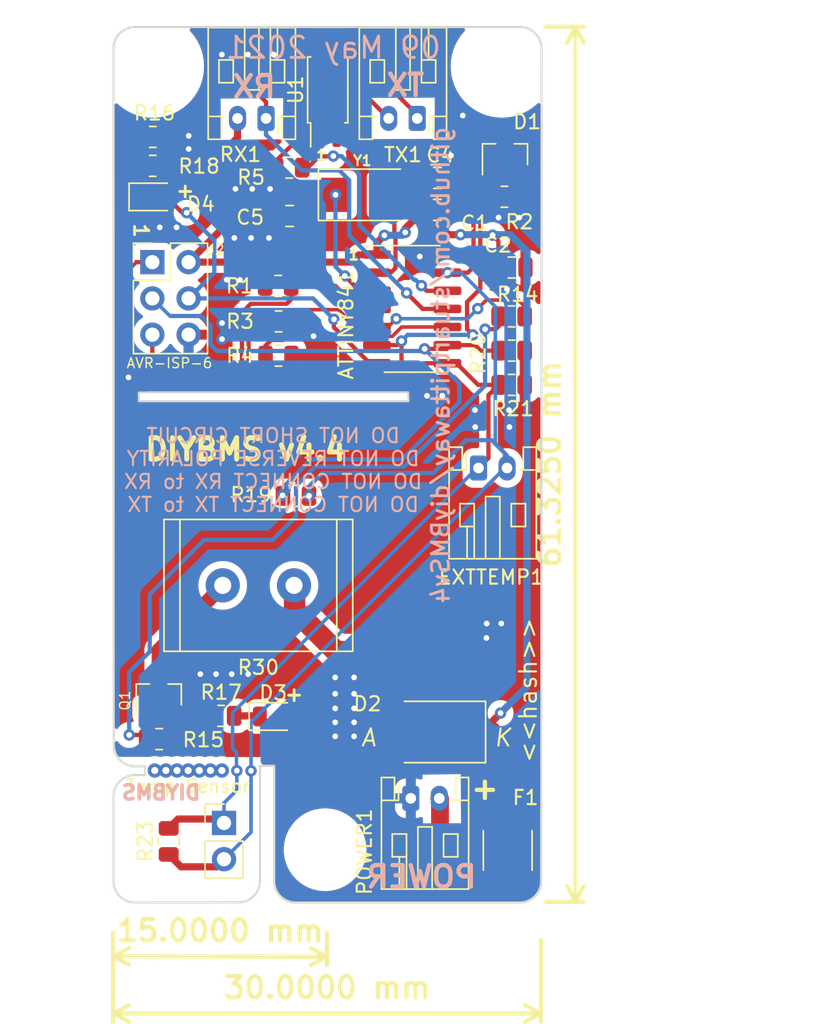
<source format=kicad_pcb>
(kicad_pcb (version 20221018) (generator pcbnew)
  (layers (0 "F.Cu" signal) (31 "B.Cu" signal) (34 "B.Paste" user) (35 "F.Paste" user) (36 "B.SilkS" user "B.Silkscreen") (37 "F.SilkS" user "F.Silkscreen") (38 "B.Mask" user) (39 "F.Mask" user) (44 "Edge.Cuts" user))
  (net 0 "")
  (net 1 "GND")
  (net 2 "VCC")
  (net 3 "RXD0")
  (net 4 "ENABLE")
  (net 5 "Net-(R5-Pad1)")
  (net 6 "TXD0")
  (net 7 "Net-(ATTINY841-PA3)")
  (net 8 "Net-(ATTINY841-PA6)")
  (net 9 "DUMP_LOAD_ENABLE")
  (net 10 "Net-(ATTINY841-~{RESET}{slash}PB3)")
  (net 11 "Net-(ATTINY841-XTAL2{slash}PB1)")
  (net 12 "Net-(ATTINY841-XTAL1{slash}PB0)")
  (net 13 "Net-(D3-K)")
  (net 14 "Net-(D4-K)")
  (net 15 "Net-(POWER1-Pin_2)")
  (net 16 "Net-(Q1-G)")
  (net 17 "Net-(Q1-D)")
  (net 18 "Net-(TX1-Pin_2)")
  (net 19 "VREF")
  (net 20 "SCK")
  (net 21 "MISO")
  (net 22 "Net-(TX1-Pin_1)")
  (footprint "Package_SO:SOP-4_4.4x2.6mm_P1.27mm" (layer "F.Cu") (at 116.9426 52.3876 90)
    (fp_text reference "U1")
    (fp_text value "EL3H7(B)(TA)-G")
  )
  (footprint "Connector_JST:JST_PH_S2B-PH-K_1x02_P2.00mm_Horizontal" (layer "F.Cu") (at 112.6176 54.3876 180)
    (fp_text reference "RX1")
    (fp_text value "RX Connector")
  )
  (footprint "Mounting_Holes:MountingHole_3.2mm_M3" (layer "F.Cu") (at 104.6676 50.7376)
    (fp_text reference "REF**" hide)
    (fp_text value "MountingHole_3.2mm_M3" hide)
  )
  (footprint "Mounting_Holes:MountingHole_3.2mm_M3" (layer "F.Cu") (at 129.1676 50.7376)
    (fp_text reference "REF**" hide)
    (fp_text value "MountingHole_3.2mm_M3" hide)
  )
  (footprint "Resistor_SMD:R_0805_2012Metric" (layer "F.Cu") (at 104.6676 55.6876 180)
    (fp_text reference "R16")
    (fp_text value "2.2KOHMS")
  )
  (footprint "Resistor_SMD:R_0805_2012Metric" (layer "F.Cu") (at 114.7176 80.8376 180)
    (fp_text reference "R19")
    (fp_text value "CMFB103F3950FANT")
  )
  (footprint "Connector_JST:JST_PH_S2B-PH-K_1x02_P2.00mm_Horizontal" (layer "F.Cu") (at 127.5176 78.8876)
    (fp_text reference "EXTTEMP1")
    (fp_text value "Ext Temp Sensor")
  )
  (footprint "Connector_JST:JST_PH_S2B-PH-K_1x02_P2.00mm_Horizontal" (layer "F.Cu") (at 123.2176 54.3876 180)
    (fp_text reference "TX1")
    (fp_text value "TX Connector")
  )
  (footprint "TO_SOT_Packages_SMD:SOT-23" (layer "F.Cu") (at 105.0926 94.7876 90)
    (fp_text reference "Q1")
    (fp_text value "AO3400A")
  )
  (footprint "LED_SMD:LED_0805_2012Metric" (layer "F.Cu") (at 104.6926 59.8876)
    (fp_text reference "D4")
    (fp_text value "Blue")
  )
  (footprint "LED_SMD:LED_0805_2012Metric" (layer "F.Cu") (at 113.1176 96.3026)
    (fp_text reference "D3")
    (fp_text value "Red")
  )
  (footprint "Package_SO:SOIC-14_3.9x8.7mm_P1.27mm" (layer "F.Cu") (at 122.8676 67.7376)
    (fp_text reference "ATTINY841")
    (fp_text value "ATtiny841-SSU")
  )
  (footprint "Resistor_SMD:R_0805_2012Metric" (layer "F.Cu") (at 129.8426 73.0626)
    (fp_text reference "R21")
    (fp_text value "10KOHMS")
  )
  (footprint "Resistor_SMD:R_0805_2012Metric" (layer "F.Cu") (at 109.4676 96.2576)
    (fp_text reference "R17")
    (fp_text value "2.2KOHMS")
  )
  (footprint "Resistor_SMD:R_0805_2012Metric" (layer "F.Cu") (at 104.6676 57.7126 180)
    (fp_text reference "R18")
    (fp_text value "2.2KOHMS")
  )
  (footprint "Resistor_SMD:R_0805_2012Metric" (layer "F.Cu") (at 114.2426 57.8376)
    (fp_text reference "R5")
    (fp_text value "220 OHMS")
  )
  (footprint "Resistor_SMD:R_0805_2012Metric" (layer "F.Cu") (at 129.8426 70.6626)
    (fp_text reference "R20")
    (fp_text value "10KOHMS")
  )
  (footprint "Package_TO_SOT_SMD:SOT-23" (layer "F.Cu") (at 129.3776 56.9276 90)
    (fp_text reference "D1")
    (fp_text value "AZ432ANTR-E1")
  )
  (footprint "Capacitor_SMD:C_0805_2012Metric" (layer "F.Cu") (at 124.6426 58.5626)
    (fp_text reference "C4")
    (fp_text value "22pF")
  )
  (footprint "Capacitor_SMD:C_0805_2012Metric" (layer "F.Cu") (at 114.2626 61.2276 180)
    (fp_text reference "C5")
    (fp_text value "22pF")
  )
  (footprint "Capacitor_SMD:C_0805_2012Metric" (layer "F.Cu") (at 124.6276 60.7976)
    (fp_text reference "C1")
    (fp_text value "100nF")
  )
  (footprint "Resistor_SMD:R_0805_2012Metric" (layer "F.Cu") (at 129.8426 68.2626)
    (fp_text reference "R14")
    (fp_text value "510OHMS")
  )
  (footprint "Resistor_SMD:R_0805_2012Metric" (layer "F.Cu") (at 113.4926 71.0126)
    (fp_text reference "R4")
    (fp_text value "2.7K")
  )
  (footprint "Resistor_SMD:R_0805_2012Metric" (layer "F.Cu") (at 129.3376 59.8776)
    (fp_text reference "R2")
    (fp_text value "1KOHMS")
  )
  (footprint "Resistor_SMD:R_0805_2012Metric" (layer "F.Cu") (at 113.4926 68.6126)
    (fp_text reference "R3")
    (fp_text value "6.8K")
  )
  (footprint "Resistor_SMD:R_0805_2012Metric" (layer "F.Cu") (at 113.4676 66.1276)
    (fp_text reference "R1")
    (fp_text value "10KOHMS")
  )
  (footprint "Fuse:Fuse_1812_4532Metric" (layer "F.Cu") (at 129.5676 105.6876 -90)
    (fp_text reference "F1")
    (fp_text value "mSMD150")
  )
  (footprint "Resistor_SMD:R_0805_2012Metric" (layer "F.Cu") (at 105.1176 97.8876)
    (fp_text reference "R15")
    (fp_text value "10KOHMS")
  )
  (footprint "Capacitor_SMD:C_0805_2012Metric" (layer "F.Cu") (at 129.8626 64.8376)
    (fp_text reference "C2")
    (fp_text value "1uF")
  )
  (footprint "Resistor_SMD:R_0805_2012Metric" (layer "F.Cu") (at 105.7876 105.0576 90)
    (fp_text reference "R23")
    (fp_text value "CMFB103F3950FANT")
  )
  (footprint "Diode_SMD:D_SMB" (layer "F.Cu") (at 124.4676 97.3876 180)
    (fp_text reference "D2")
    (fp_text value "SMBJ5.0A")
  )
  (footprint "Connector_PinHeader_2.54mm:PinHeader_1x02_P2.54mm_Vertical" (layer "F.Cu") (at 109.6676 103.7626)
    (fp_text reference "REMOTE1" hide)
    (fp_text value "Ext Temp Sensor")
  )
  (footprint "Connector_JST:JST_PH_S2B-PH-K_1x02_P2.00mm_Horizontal" (layer "F.Cu") (at 122.7676 102.0376)
    (fp_text reference "POWER1")
    (fp_text value "Battery")
  )
  (footprint "Mounting_Holes:MountingHole_3.2mm_M3" (layer "F.Cu") (at 116.7576 105.6376)
    (fp_text reference "REF**" hide)
    (fp_text value "MountingHole_3.2mm_M3" hide)
  )
  (footprint "Pin_Headers:Pin_Header_Straight_2x03_Pitch2.54mm" (layer "F.Cu") (at 104.6426 64.4626)
    (fp_text reference "J2")
    (fp_text value "AVR-ISP-6")
  )
  (footprint "Crystals:Crystal_SMD_5032-2pin_5.0x3.2mm" (layer "F.Cu") (at 119.3376 59.7426)
    (fp_text reference "Y1")
    (fp_text value "8MHZ Ceramic Resonator")
  )
  (footprint "Resistor_THT:R_Radial_Power_L13.0mm_W9.0mm_P5.00mm" (layer "F.Cu") (at 114.5776 87.1126 180)
    (fp_text reference "R30")
    (fp_text value "3.3OHM 3/4W")
  )
  (gr_line (start 103.4176 47.9876) (end 130.4426 47.9876) (stroke (width 0.15)) (layer "Edge.Cuts"))
  (gr_line (start 131.9426 49.4876) (end 131.9176 107.8376) (stroke (width 0.15)) (layer "Edge.Cuts"))
  (gr_line (start 130.4176 109.3376) (end 114.6926 109.3376) (stroke (width 0.15)) (layer "Edge.Cuts"))
  (gr_arc (start 101.9176 49.4876) (mid 102.35694 48.42694) (end 103.4176 47.9876) (stroke (width 0.15)) (layer "Edge.Cuts"))
  (gr_arc (start 103.4176 109.3376) (mid 102.35694 108.89826) (end 101.9176 107.8376) (stroke (width 0.15)) (layer "Edge.Cuts"))
  (gr_arc (start 131.9176 107.8376) (mid 131.47826 108.89826) (end 130.4176 109.3376) (stroke (width 0.15)) (layer "Edge.Cuts"))
  (gr_line (start 116.7976 74.1976) (end 103.6976 74.1976) (stroke (width 0.1)) (layer "Edge.Cuts"))
  (gr_line (start 122.5976 74.1976) (end 116.7976 74.1976) (stroke (width 0.1)) (layer "Edge.Cuts"))
  (gr_line (start 122.5776 73.5976) (end 122.5976 74.1976) (stroke (width 0.1)) (layer "Edge.Cuts"))
  (gr_line (start 101.9376 98.2976) (end 101.9176 49.4876) (stroke (width 0.15)) (layer "Edge.Cuts"))
  (gr_line (start 112.1876 99.7576) (end 113.1926 99.7576) (stroke (width 0.15)) (layer "Edge.Cuts"))
  (gr_line (start 112.1876 107.8276) (end 112.1876 99.7576) (stroke (width 0.15)) (layer "Edge.Cuts"))
  (gr_arc (start 114.6926 109.3376) (mid 113.63194 108.89826) (end 113.1926 107.8376) (stroke (width 0.15)) (layer "Edge.Cuts"))
  (gr_arc (start 112.1876 107.8276) (mid 111.74826 108.88826) (end 110.6876 109.3276) (stroke (width 0.15)) (layer "Edge.Cuts"))
  (gr_line (start 110.6876 109.3276) (end 103.4176 109.3376) (stroke (width 0.15)) (layer "Edge.Cuts"))
  (gr_arc (start 101.9176 101.9076) (mid 102.35694 100.84694) (end 103.4176 100.4076) (stroke (width 0.15)) (layer "Edge.Cuts"))
  (gr_arc (start 103.4376 99.7976) (mid 102.37694 99.35826) (end 101.9376 98.2976) (stroke (width 0.15)) (layer "Edge.Cuts"))
  (gr_line (start 101.9176 107.8376) (end 101.9176 101.9076) (stroke (width 0.15)) (layer "Edge.Cuts"))
  (gr_line (start 104.1476 100.4076) (end 104.1476 99.7976) (stroke (width 0.15)) (layer "Edge.Cuts"))
  (gr_line (start 104.1476 100.4076) (end 103.4176 100.4076) (stroke (width 0.15)) (layer "Edge.Cuts"))
  (gr_line (start 113.1926 99.7576) (end 113.1926 107.8376) (stroke (width 0.15)) (layer "Edge.Cuts"))
  (gr_arc (start 130.4426 47.9876) (mid 131.50326 48.42694) (end 131.9426 49.4876) (stroke (width 0.15)) (layer "Edge.Cuts"))
  (gr_line (start 103.6976 74.1976) (end 103.6976 73.5976) (stroke (width 0.1)) (layer "Edge.Cuts"))
  (gr_line (start 103.6976 73.5976) (end 122.5776 73.5976) (stroke (width 0.1)) (layer "Edge.Cuts"))
  (gr_line (start 104.1476 99.7976) (end 103.4376 99.7976) (stroke (width 0.15)) (layer "Edge.Cuts"))
  (gr_text "github.com/stuartpittaway/diyBMSv4" (at 124.8676 71.6876 90) (layer "B.SilkS") (effects (font (size 1.2 1.2) (thickness 0.2)) (justify mirror)))
  (gr_text "09 May 2021" (at 109.6676 49.4276) (layer "B.SilkS") (effects (font (size 1.5 1.5) (thickness 0.2)) (justify right mirror)))
  (gr_text "RX" (at 111.7926 52.1626) (layer "B.SilkS") (effects (font (size 1.5 1.5) (thickness 0.3)) (justify mirror)))
  (gr_text "TX" (at 122.3926 52.0626) (layer "B.SilkS") (effects (font (size 1.5 1.5) (thickness 0.3)) (justify mirror)))
  (gr_text "POWER" (at 123.5176 107.5376) (layer "B.SilkS") (effects (font (size 1.5 1.5) (thickness 0.3)) (justify mirror)))
  (gr_text "DO NOT SHORT CIRCUIT\nDO NOT REVERSE POLARITY\nDO NOT CONNECT RX to RX\nDO NOT CONNECT TX to TX" (at 113.1176 79.0376) (layer "B.SilkS") (effects (font (size 1 1)) (justify mirror)))
  (gr_text "DIYBMS" (at 102.3676 101.6376) (layer "B.SilkS") (effects (font (size 1 1) (thickness 0.25)) (justify right mirror)))
  (gr_text "1" (at 103.8476 62.2476 270) (layer "F.SilkS") (effects (font (size 1 1) (thickness 0.2))))
  (gr_text "1" (at 116.4926 56.9626) (layer "F.SilkS") (effects (font (size 0.7 0.7) (thickness 0.175))))
  (gr_text "DIYBMS v4.4" (at 118.4276 77.5876) (layer "F.SilkS") (effects (font (size 1.5 1.5) (thickness 0.35)) (justify right)))
  (gr_text "1" (at 118.7676 63.9626) (layer "F.SilkS") (effects (font (size 0.7 0.7) (thickness 0.175))))
  (gr_text "Temp Sensor" (at 102.6926 101.1876) (layer "F.SilkS") (effects (font (size 0.9 0.9)) (justify left)))
  (gr_text "+" (at 107.0176 59.5076 270) (layer "F.SilkS") (effects (font (size 1 1) (thickness 0.2))))
  (gr_text "+" (at 114.6576 94.8076 270) (layer "F.SilkS") (effects (font (size 1 1) (thickness 0.2))))
  (gr_text "A" (at 119.8176 97.7876) (layer "F.SilkS") (effects (font (size 1.2 1.2) (thickness 0.15) italic)))
  (gr_text "K" (at 129.2376 97.7876) (layer "F.SilkS") (effects (font (size 1.2 1.2) (thickness 0.15) italic)))
  (gr_text "<<hash>>" (at 131.0006 89.2716 90) (layer "F.SilkS") (effects (font (size 1.2 1.2)) (justify right)))
  (gr_text "+" (at 127.9676 101.3376) (layer "F.SilkS") (effects (font (size 1.5 1.5) (thickness 0.3))))
  (dimension (type aligned) (layer "F.SilkS") (pts (xy 131.8926 111.9376) (xy 101.8926 111.9376)) (height -5.175) (gr_text "30.0000 mm" (at 116.8926 115.3126) (layer "F.SilkS") (effects (font (size 1.5 1.5) (thickness 0.3)))) (format (prefix "") (suffix "") (units 2) (units_format 1) (precision 4)) (style (thickness 0.3) (arrow_length 1.27) (text_position_mode 0) (extension_height 0.58642) (extension_offset 0) keep_text_aligned))
  (dimension (type aligned) (layer "F.SilkS") (pts (xy 132.2176 109.2876) (xy 132.2176 47.9626)) (height 2.1) (gr_text "61.3250 mm" (at 132.5176 78.6251 90) (layer "F.SilkS") (effects (font (size 1.5 1.5) (thickness 0.3)))) (format (prefix "") (suffix "") (units 2) (units_format 1) (precision 4)) (style (thickness 0.3) (arrow_length 1.27) (text_position_mode 0) (extension_height 0.58642) (extension_offset 0) keep_text_aligned))
  (dimension (type aligned) (layer "F.SilkS") (pts (xy 116.895392 111.462602) (xy 101.895392 111.437602)) (height -1.675) (gr_text "15.0000 mm" (at 109.3956 111.325102 -0.09549287744) (layer "F.SilkS") (effects (font (size 1.5 1.5) (thickness 0.3)))) (format (prefix "") (suffix "") (units 2) (units_format 1) (precision 4)) (style (thickness 0.3) (arrow_length 1.27) (text_position_mode 0) (extension_height 0.58642) (extension_offset 0) keep_text_aligned))
  (via (at 104.810933 100.0876) (size 1) (drill 0.5) (layers "F.Cu" "B.Cu") (net 0))
  (via (at 105.592044 100.0876) (size 1) (drill 0.5) (layers "F.Cu" "B.Cu") (net 0))
  (via (at 106.373155 100.0876) (size 1) (drill 0.5) (layers "F.Cu" "B.Cu") (net 0))
  (via (at 107.154266 100.0876) (size 1) (drill 0.5) (layers "F.Cu" "B.Cu") (net 0))
  (via (at 107.935377 100.0876) (size 1) (drill 0.5) (layers "F.Cu" "B.Cu") (net 0))
  (via (at 108.7176 100.0876) (size 1) (drill 0.5) (layers "F.Cu" "B.Cu") (net 0))
  (via (at 109.5176 100.0876) (size 1) (drill 0.5) (layers "F.Cu" "B.Cu") (net 0))
  (segment (start 106.0301 95.8001) (end 106.0426 95.7876) (width 0.5) (layer "F.Cu") (net 1))
  (segment (start 105.5801 55.6876) (end 105.5801 57.7126) (width 0.3) (layer "F.Cu") (net 1))
  (segment (start 106.0301 97.8876) (end 106.0301 95.8001) (width 0.5) (layer "F.Cu") (net 1))
  (segment (start 117.5676 55.5526) (end 117.5826 55.5376) (width 0.3) (layer "F.Cu") (net 1))
  (via (at 113.1676 49.9126) (size 0.8) (drill 0.4) (layers "F.Cu" "B.Cu") (net 1))
  (via (at 111.6476 59.3276) (size 0.8) (drill 0.4) (layers "F.Cu" "B.Cu") (net 1))
  (via (at 112.8976 59.3276) (size 0.8) (drill 0.4) (layers "F.Cu" "B.Cu") (net 1))
  (via (at 107.1926 55.6126) (size 0.8) (drill 0.4) (layers "F.Cu" "B.Cu") (net 1))
  (via (at 110.4726 59.3276) (size 0.8) (drill 0.4) (layers "F.Cu" "B.Cu") (net 1))
  (via (at 123.9076 73.8276) (size 0.8) (drill 0.4) (layers "F.Cu" "B.Cu") (net 1))
  (via (at 127.2876 76.0176) (size 0.8) (drill 0.4) (layers "F.Cu" "B.Cu") (net 1))
  (via (at 129.6576 74.8276) (size 0.8) (drill 0.4) (layers "F.Cu" "B.Cu") (net 1))
  (via (at 128.0926 89.7876) (size 0.8) (drill 0.4) (layers "F.Cu" "B.Cu") (net 1))
  (via (at 128.0776 90.7976) (size 0.8) (drill 0.4) (layers "F.Cu" "B.Cu") (net 1))
  (via (at 129.1176 89.7876) (size 0.8) (drill 0.4) (layers "F.Cu" "B.Cu") (net 1))
  (via (at 117.4676 97.6926) (size 0.8) (drill 0.4) (layers "F.Cu" "B.Cu") (net 1))
  (via (at 117.4676 96.7126) (size 0.8) (drill 0.4) (layers "F.Cu" "B.Cu") (net 1))
  (via (at 108.0076 93.3326) (size 0.8) (drill 0.4) (layers "F.Cu" "B.Cu") (net 1))
  (via (at 109.1076 93.3326) (size 0.8) (drill 0.4) (layers "F.Cu" "B.Cu") (net 1))
  (via (at 110.2076 93.3326) (size 0.8) (drill 0.4) (layers "F.Cu" "B.Cu") (net 1))
  (via (at 111.3576 93.3326) (size 0.8) (drill 0.4) (layers "F.Cu" "B.Cu") (net 1))
  (via (at 117.4676 95.7326) (size 0.8) (drill 0.4) (layers "F.Cu" "B.Cu") (net 1))
  (via (at 118.7926 96.7126) (size 0.8) (drill 0.4) (layers "F.Cu" "B.Cu") (net 1))
  (via (at 118.7926 97.6926) (size 0.8) (drill 0.4) (layers "F.Cu" "B.Cu") (net 1))
  (via (at 118.7926 95.7326) (size 0.8) (drill 0.4) (layers "F.Cu" "B.Cu") (net 1))
  (via (at 111.5676 62.7626) (size 0.8) (drill 0.4) (layers "F.Cu" "B.Cu") (net 1))
  (via (at 112.8176 62.7626) (size 0.8) (drill 0.4) (layers "F.Cu" "B.Cu") (net 1))
  (via (at 110.3926 62.7626) (size 0.8) (drill 0.4) (layers "F.Cu" "B.Cu") (net 1))
  (via (at 109.5276 69.8526) (size 0.8) (drill 0.4) (layers "F.Cu" "B.Cu") (net 1))
  (via (at 109.5276 68.7276) (size 0.8) (drill 0.4) (layers "F.Cu" "B.Cu") (net 1))
  (via (at 125.5926 56.9876) (size 0.8) (drill 0.4) (layers "F.Cu" "B.Cu") (net 1))
  (via (at 111.3426 49.9126) (size 0.8) (drill 0.4) (layers "F.Cu" "B.Cu") (net 1))
  (via (at 109.5176 49.9126) (size 0.8) (drill 0.4) (layers "F.Cu" "B.Cu") (net 1))
  (via (at 107.1876 56.5276) (size 0.8) (drill 0.4) (layers "F.Cu" "B.Cu") (net 1))
  (via (at 105.1626 62.0226) (size 0.8) (drill 0.4) (layers "F.Cu" "B.Cu") (net 1))
  (via (at 106.3376 62.0226) (size 0.8) (drill 0.4) (layers "F.Cu" "B.Cu") (net 1))
  (via (at 115.9476 69.6476) (size 0.8) (drill 0.4) (layers "F.Cu" "B.Cu") (net 1))
  (via (at 110.7876 65.7076) (size 0.8) (drill 0.4) (layers "F.Cu" "B.Cu") (net 1))
  (via (at 109.8576 65.6876) (size 0.8) (drill 0.4) (layers "F.Cu" "B.Cu") (net 1))
  (via (at 124.9776 73.8176) (size 0.8) (drill 0.4) (layers "F.Cu" "B.Cu") (net 1))
  (via (at 102.9676 72.5376) (size 0.8) (drill 0.4) (layers "F.Cu" "B.Cu") (net 1))
  (via (at 117.4676 94.7126) (size 0.8) (drill 0.4) (layers "F.Cu" "B.Cu") (net 1))
  (via (at 118.7926 94.7126) (size 0.8) (drill 0.4) (layers "F.Cu" "B.Cu") (net 1))
  (via (at 117.4676 93.5626) (size 0.8) (drill 0.4) (layers "F.Cu" "B.Cu") (net 1))
  (via (at 118.7926 93.5626) (size 0.8) (drill 0.4) (layers "F.Cu" "B.Cu") (net 1))
  (via (at 127.2676 74.8276) (size 0.8) (drill 0.4) (layers "F.Cu" "B.Cu") (net 1))
  (via (at 129.6876 76.0176) (size 0.8) (drill 0.4) (layers "F.Cu" "B.Cu") (net 1))
  (via (at 130.3776 61.3376) (size 0.8) (drill 0.4) (layers "F.Cu" "B.Cu") (net 1))
  (via (at 128.9276 61.3376) (size 0.8) (drill 0.4) (layers "F.Cu" "B.Cu") (net 1))
  (via (at 126.4176 54.1876) (size 0.8) (drill 0.4) (layers "F.Cu" "B.Cu") (net 1))
  (via (at 123.3976 64.0676) (size 0.8) (drill 0.4) (layers "F.Cu" "B.Cu") (net 1))
  (via (at 129.5176 66.3576) (size 0.8) (drill 0.4) (layers "F.Cu" "B.Cu") (net 1))
  (segment (start 112.5551 64.5601) (end 112.6576 64.4576) (width 0.3) (layer "F.Cu") (net 2))
  (segment (start 120.3926 63.9276) (end 120.3726 63.9476) (width 0.5) (layer "F.Cu") (net 2))
  (segment (start 107.1826 64.4626) (end 107.6576 63.9876) (width 0.5) (layer "F.Cu") (net 2))
  (segment (start 117.550212 91.76261) (end 114.6176 88.829998) (width 1.5) (layer "F.Cu") (net 2))
  (segment (start 119.4676 98.8876) (end 120.2176 99.6376) (width 0.3) (layer "F.Cu") (net 2))
  (segment (start 128.3676 97.3876) (end 126.6176 97.3876) (width 1.5) (layer "F.Cu") (net 2))
  (segment (start 117.1176 98.8876) (end 119.4676 98.8876) (width 0.3) (layer "F.Cu") (net 2))
  (segment (start 114.5326 96.3026) (end 117.1176 98.8876) (width 0.3) (layer "F.Cu") (net 2))
  (segment (start 126.6176 97.3876) (end 127.7426 97.3876) (width 0.5) (layer "F.Cu") (net 2))
  (segment (start 129.5676 98.5876) (end 128.3676 97.3876) (width 1.5) (layer "F.Cu") (net 2))
  (segment (start 120.3726 63.9476) (end 119.1276 63.9476) (width 0.5) (layer "F.Cu") (net 2))
  (segment (start 110.6176 55.7376) (end 110.6176 54.3876) (width 0.5) (layer "F.Cu") (net 2))
  (segment (start 112.5551 66.1276) (end 112.5551 64.5601) (width 0.3) (layer "F.Cu") (net 2))
  (segment (start 128.9126 64.8376) (end 128.9126 62.9726) (width 0.3) (layer "F.Cu") (net 2))
  (segment (start 123.6776 60.7976) (end 122.3776 62.0976) (width 0.5) (layer "F.Cu") (net 2))
  (segment (start 109.5176 62.1276) (end 109.5176 56.8376) (width 0.5) (layer "F.Cu") (net 2))
  (segment (start 118.6176 64.4576) (end 112.6576 64.4576) (width 0.5) (layer "F.Cu") (net 2))
  (segment (start 126.6426 95.5376) (end 126.6426 97.3626) (width 1.5) (layer "F.Cu") (net 2))
  (segment (start 120.3926 63.9276) (end 120.3926 63.102588) (width 0.5) (layer "F.Cu") (net 2))
  (segment (start 112.6576 64.4576) (end 107.1876 64.4576) (width 0.5) (layer "F.Cu") (net 2))
  (segment (start 122.3776 62.0976) (end 122.3776 62.3776) (width 0.5) (layer "F.Cu") (net 2))
  (segment (start 122.94259 91.76261) (end 122.94259 91.83759) (width 1.5) (layer "F.Cu") (net 2))
  (segment (start 125.7676 99.6376) (end 126.6176 98.7876) (width 0.3) (layer "F.Cu") (net 2))
  (segment (start 127.7426 97.3876) (end 129.0676 96.0626) (width 0.5) (layer "F.Cu") (net 2))
  (segment (start 120.2176 99.6376) (end 125.7676 99.6376) (width 0.3) (layer "F.Cu") (net 2))
  (segment (start 123.6776 60.7976) (end 125.4176 62.5376) (width 0.5) (layer "F.Cu") (net 2))
  (segment (start 114.6176 88.829998) (end 114.6176 87.1126) (width 1.5) (layer "F.Cu") (net 2))
  (segment (start 107.1876 64.4576) (end 107.1826 64.4626) (width 0.5) (layer "F.Cu") (net 2))
  (segment (start 122.94259 91.76261) (end 117.550212 91.76261) (width 1.5) (layer "F.Cu") (net 2))
  (segment (start 107.1826 64.4626) (end 109.5176 62.1276) (width 0.5) (layer "F.Cu") (net 2))
  (segment (start 114.0551 96.3026) (end 114.5326 96.3026) (width 0.3) (layer "F.Cu") (net 2))
  (segment (start 120.3926 63.102588) (end 120.917588 62.5776) (width 0.5) (layer "F.Cu") (net 2))
  (segment (start 126.6176 98.7876) (end 126.6176 97.3876) (width 0.3) (layer "F.Cu") (net 2))
  (segment (start 129.5676 103.5501) (end 129.5676 98.5876) (width 1.5) (layer "F.Cu") (net 2))
  (segment (start 120.1676 63.9276) (end 120.3926 63.9276) (width 0.5) (layer "F.Cu") (net 2))
  (segment (start 128.9126 62.9726) (end 128.5076 62.5676) (width 0.3) (layer "F.Cu") (net 2))
  (segment (start 109.5176 56.8376) (end 110.6176 55.7376) (width 0.5) (layer "F.Cu") (net 2))
  (segment (start 122.94259 91.83759) (end 126.6426 95.5376) (width 1.5) (layer "F.Cu") (net 2))
  (segment (start 126.6426 97.3626) (end 126.6176 97.3876) (width 1.5) (layer "F.Cu") (net 2))
  (segment (start 119.1276 63.9476) (end 118.6176 64.4576) (width 0.5) (layer "F.Cu") (net 2))
  (segment (start 125.4176 62.5376) (end 126.2576 62.5376) (width 0.5) (layer "F.Cu") (net 2))
  (segment (start 108.384681 64.4626) (end 107.1826 64.4626) (width 0.3) (layer "F.Cu") (net 2))
  (via (at 128.5076 62.5676) (size 0.8) (drill 0.4) (layers "F.Cu" "B.Cu") (net 2))
  (via (at 122.3776 62.3776) (size 0.8) (drill 0.4) (layers "F.Cu" "B.Cu") (net 2))
  (via (at 129.0676 96.0626) (size 0.8) (drill 0.4) (layers "F.Cu" "B.Cu") (net 2))
  (via (at 120.917588 62.5776) (size 0.8) (drill 0.4) (layers "F.Cu" "B.Cu") (net 2))
  (via (at 126.2576 62.5376) (size 0.8) (drill 0.4) (layers "F.Cu" "B.Cu") (net 2))
  (segment (start 120.917588 62.5776) (end 122.1776 62.5776) (width 0.5) (layer "B.Cu") (net 2))
  (segment (start 130.9176 63.7176) (end 129.7376 62.5376) (width 0.5) (layer "B.Cu") (net 2))
  (segment (start 122.1776 62.5776) (end 122.3776 62.3776) (width 0.5) (layer "B.Cu") (net 2))
  (segment (start 130.9176 94.2126) (end 130.9176 63.7176) (width 0.5) (layer "B.Cu") (net 2))
  (segment (start 129.0676 96.0626) (end 130.9176 94.2126) (width 0.5) (layer "B.Cu") (net 2))
  (segment (start 126.2176 62.5776) (end 126.2576 62.5376) (width 0.5) (layer "B.Cu") (net 2))
  (segment (start 129.7376 62.5376) (end 126.2576 62.5376) (width 0.5) (layer "B.Cu") (net 2))
  (segment (start 112.0676 52.6876) (end 108.2176 52.6876) (width 0.3) (layer "F.Cu") (net 3))
  (segment (start 106.3676 54.5376) (end 104.2051 54.5376) (width 0.3) (layer "F.Cu") (net 3))
  (segment (start 112.6176 53.2376) (end 112.0676 52.6876) (width 0.3) (layer "F.Cu") (net 3))
  (segment (start 108.2176 52.6876) (end 106.3676 54.5376) (width 0.3) (layer "F.Cu") (net 3))
  (segment (start 123.5976 67.7376) (end 122.4776 66.6176) (width 0.3) (layer "F.Cu") (net 3))
  (segment (start 104.2051 54.5376) (end 103.7551 54.9876) (width 0.3) (layer "F.Cu") (net 3))
  (segment (start 103.7551 54.9876) (end 103.7551 55.6876) (width 0.3) (layer "F.Cu") (net 3))
  (segment (start 112.6176 54.3876) (end 112.6176 53.2376) (width 0.3) (layer "F.Cu") (net 3))
  (segment (start 125.5676 67.7376) (end 123.5976 67.7376) (width 0.3) (layer "F.Cu") (net 3))
  (via (at 122.4776 66.6176) (size 0.8) (drill 0.4) (layers "F.Cu" "B.Cu") (net 3))
  (segment (start 117.7576 58.0276) (end 118.4476 58.7176) (width 0.3) (layer "B.Cu") (net 3))
  (segment (start 118.4476 58.7176) (end 118.4476 62.5876) (width 0.3) (layer "B.Cu") (net 3))
  (segment (start 118.4476 62.5876) (end 122.4776 66.6176) (width 0.3) (layer "B.Cu") (net 3))
  (segment (start 112.6176 54.3876) (end 112.6176 55.5376) (width 0.3) (layer "B.Cu") (net 3))
  (segment (start 112.6176 55.5376) (end 115.1076 58.0276) (width 0.3) (layer "B.Cu") (net 3))
  (segment (start 115.1076 58.0276) (end 117.7576 58.0276) (width 0.3) (layer "B.Cu") (net 3))
  (segment (start 111.6126 72.4576) (end 121.6476 72.4576) (width 0.3) (layer "F.Cu") (net 4))
  (segment (start 127.6476 60.1426) (end 127.6476 66.321598) (width 0.3) (layer "F.Cu") (net 4))
  (segment (start 111.3926 72.2376) (end 111.6126 72.4576) (width 0.3) (layer "F.Cu") (net 4))
  (segment (start 126.717601 67.251597) (end 126.717601 69.157601) (width 0.3) (layer "F.Cu") (net 4))
  (segment (start 121.82759 70.2776) (end 122.1176 69.98759) (width 0.3) (layer "F.Cu") (net 4))
  (segment (start 112.0676 68.6126) (end 111.3926 69.2876) (width 0.3) (layer "F.Cu") (net 4))
  (segment (start 112.5801 68.6126) (end 112.0676 68.6126) (width 0.3) (layer "F.Cu") (net 4))
  (segment (start 122.1176 71.9876) (end 122.1176 69.98759) (width 0.3) (layer "F.Cu") (net 4))
  (segment (start 121.6476 72.4576) (end 122.1176 71.9876) (width 0.3) (layer "F.Cu") (net 4))
  (segment (start 128.4251 59.8776) (end 127.9126 59.8776) (width 0.3) (layer "F.Cu") (net 4))
  (segment (start 120.3926 70.2776) (end 121.82759 70.2776) (width 0.3) (layer "F.Cu") (net 4))
  (segment (start 111.3926 69.2876) (end 111.3926 72.2376) (width 0.3) (layer "F.Cu") (net 4))
  (segment (start 112.7426 68.6126) (end 112.1926 68.6126) (width 0.3) (layer "F.Cu") (net 4))
  (segment (start 126.717601 69.157601) (end 127.1176 69.5576) (width 0.3) (layer "F.Cu") (net 4))
  (segment (start 127.6476 66.321598) (end 126.717601 67.251597) (width 0.3) (layer "F.Cu") (net 4))
  (segment (start 127.9126 59.8776) (end 127.6476 60.1426) (width 0.3) (layer "F.Cu") (net 4))
  (via (at 127.1176 69.5576) (size 0.8) (drill 0.4) (layers "F.Cu" "B.Cu") (net 4))
  (via (at 122.1176 69.98759) (size 0.8) (drill 0.4) (layers "F.Cu" "B.Cu") (net 4))
  (segment (start 122.54759 69.5576) (end 122.1176 69.98759) (width 0.3) (layer "B.Cu") (net 4))
  (segment (start 127.1176 69.5576) (end 122.54759 69.5576) (width 0.3) (layer "B.Cu") (net 4))
  (segment (start 116.3026 55.5376) (end 115.1426 55.5376) (width 0.3) (layer "F.Cu") (net 5))
  (segment (start 113.3301 57.3501) (end 113.3301 57.8376) (width 0.3) (layer "F.Cu") (net 5))
  (segment (start 115.1426 55.5376) (end 113.3301 57.3501) (width 0.3) (layer "F.Cu") (net 5))
  (segment (start 125.3426 66.4676) (end 123.8776 66.4676) (width 0.3) (layer "F.Cu") (net 6))
  (segment (start 116.3376 57.0476) (end 117.3176 57.0476) (width 0.3) (layer "F.Cu") (net 6))
  (segment (start 123.8776 66.4676) (end 123.5176 66.1076) (width 0.3) (layer "F.Cu") (net 6))
  (segment (start 125.5676 66.4676) (end 125.361915 66.4676) (width 0.3) (layer "F.Cu") (net 6))
  (segment (start 115.5476 57.8376) (end 116.3376 57.0476) (width 0.3) (layer "F.Cu") (net 6))
  (segment (start 115.1551 57.8376) (end 115.5476 57.8376) (width 0.3) (layer "F.Cu") (net 6))
  (segment (start 117.3176 57.0476) (end 117.3376 57.0276) (width 0.3) (layer "F.Cu") (net 6))
  (via (at 123.5176 66.1076) (size 0.8) (drill 0.4) (layers "F.Cu" "B.Cu") (net 6))
  (via (at 117.3376 57.0276) (size 0.8) (drill 0.4) (layers "F.Cu" "B.Cu") (net 6))
  (segment (start 123.5176 66.1076) (end 123.117601 65.707601) (width 0.3) (layer "B.Cu") (net 6))
  (segment (start 117.904011 57.0276) (end 117.3376 57.0276) (width 0.3) (layer "B.Cu") (net 6))
  (segment (start 123.011585 65.707601) (end 119.167599 61.863615) (width 0.3) (layer "B.Cu") (net 6))
  (segment (start 123.117601 65.707601) (end 123.011585 65.707601) (width 0.3) (layer "B.Cu") (net 6))
  (segment (start 119.167599 58.291188) (end 117.904011 57.0276) (width 0.3) (layer "B.Cu") (net 6))
  (segment (start 119.167599 61.863615) (end 119.167599 58.291188) (width 0.3) (layer "B.Cu") (net 6))
  (segment (start 113.8051 69.9126) (end 114.4051 69.3126) (width 0.3) (layer "F.Cu") (net 7))
  (segment (start 122.128588 69.0076) (end 121.478588 69.6576) (width 0.25) (layer "F.Cu") (net 7))
  (segment (start 114.525101 67.792599) (end 114.4051 67.9126) (width 0.25) (layer "F.Cu") (net 7))
  (segment (start 112.5801 71.0126) (end 112.5801 70.3126) (width 0.3) (layer "F.Cu") (net 7))
  (segment (start 114.4051 67.9126) (end 114.4051 68.6126) (width 0.25) (layer "F.Cu") (net 7))
  (segment (start 112.9801 69.9126) (end 113.8051 69.9126) (width 0.3) (layer "F.Cu") (net 7))
  (segment (start 112.5801 70.3126) (end 112.9801 69.9126) (width 0.3) (layer "F.Cu") (net 7))
  (segment (start 121.478588 69.6576) (end 119.446602 69.6576) (width 0.25) (layer "F.Cu") (net 7))
  (segment (start 118.052601 68.143599) (end 117.701601 67.792599) (width 0.25) (layer "F.Cu") (net 7))
  (segment (start 114.4051 69.3126) (end 114.4051 68.6126) (width 0.3) (layer "F.Cu") (net 7))
  (segment (start 119.446602 69.6576) (end 118.052601 68.263599) (width 0.25) (layer "F.Cu") (net 7))
  (segment (start 117.701601 67.792599) (end 114.525101 67.792599) (width 0.25) (layer "F.Cu") (net 7))
  (segment (start 125.5676 69.0076) (end 122.128588 69.0076) (width 0.25) (layer "F.Cu") (net 7))
  (segment (start 118.052601 68.263599) (end 118.052601 68.143599) (width 0.25) (layer "F.Cu") (net 7))
  (segment (start 120.1676 71.5476) (end 119.891915 71.5476) (width 0.3) (layer "F.Cu") (net 8))
  (segment (start 105.6301 59.8876) (end 106.7401 60.9976) (width 0.3) (layer "F.Cu") (net 8))
  (segment (start 117.3776 69.033285) (end 117.3776 68.4676) (width 0.3) (layer "F.Cu") (net 8))
  (segment (start 119.891915 71.5476) (end 117.3776 69.033285) (width 0.3) (layer "F.Cu") (net 8))
  (segment (start 106.7401 60.9976) (end 107.0476 60.9976) (width 0.3) (layer "F.Cu") (net 8))
  (via (at 117.3776 68.4676) (size 0.8) (drill 0.4) (layers "F.Cu" "B.Cu") (net 8))
  (via (at 107.0476 60.9976) (size 0.8) (drill 0.4) (layers "F.Cu" "B.Cu") (net 8))
  (segment (start 107.1826 67.0026) (end 108.9876 65.1976) (width 0.3) (layer "B.Cu") (net 8))
  (segment (start 108.9876 65.1976) (end 108.9876 62.9376) (width 0.3) (layer "B.Cu") (net 8))
  (segment (start 115.9126 67.0026) (end 117.3776 68.4676) (width 0.3) (layer "B.Cu") (net 8))
  (segment (start 108.9876 62.9376) (end 107.0476 60.9976) (width 0.3) (layer "B.Cu") (net 8))
  (segment (start 107.1826 67.0026) (end 115.9126 67.0026) (width 0.3) (layer "B.Cu") (net 8))
  (segment (start 121.1676 69.0076) (end 121.7476 68.4276) (width 0.25) (layer "F.Cu") (net 9))
  (segment (start 130.7551 68.2626) (end 130.7551 67.5626) (width 0.25) (layer "F.Cu") (net 9))
  (segment (start 130.3101 67.1176) (end 128.062709 67.1176) (width 0.25) (layer "F.Cu") (net 9))
  (segment (start 130.7551 67.5626) (end 130.3101 67.1176) (width 0.25) (layer "F.Cu") (net 9))
  (segment (start 128.062709 67.1176) (end 127.46285 67.717459) (width 0.25) (layer "F.Cu") (net 9))
  (segment (start 120.1676 69.0076) (end 121.1676 69.0076) (width 0.25) (layer "F.Cu") (net 9))
  (via (at 127.46285 67.717459) (size 0.8) (drill 0.4) (layers "F.Cu" "B.Cu") (net 9))
  (via (at 121.7476 68.4276) (size 0.8) (drill 0.4) (layers "F.Cu" "B.Cu") (net 9))
  (segment (start 126.752709 68.4276) (end 127.46285 67.717459) (width 0.25) (layer "B.Cu") (net 9))
  (segment (start 121.7476 68.4276) (end 126.752709 68.4276) (width 0.25) (layer "B.Cu") (net 9))
  (segment (start 110.9276 67.9976) (end 111.5476 67.3776) (width 0.3) (layer "F.Cu") (net 10))
  (segment (start 111.5476 67.3776) (end 114.0676 67.3776) (width 0.3) (layer "F.Cu") (net 10))
  (segment (start 118.9276 67.5776) (end 120.0076 67.5776) (width 0.3) (layer "F.Cu") (net 10))
  (segment (start 114.0676 67.3776) (end 114.3801 67.0651) (width 0.3) (layer "F.Cu") (net 10))
  (segment (start 105.1176 72.3876) (end 110.4976 72.3876) (width 0.3) (layer "F.Cu") (net 10))
  (segment (start 104.6426 71.9126) (end 105.1176 72.3876) (width 0.3) (layer "F.Cu") (net 10))
  (segment (start 110.4976 72.3876) (end 110.9276 71.9576) (width 0.3) (layer "F.Cu") (net 10))
  (segment (start 114.3801 66.1276) (end 117.4776 66.1276) (width 0.3) (layer "F.Cu") (net 10))
  (segment (start 110.9276 71.9576) (end 110.9276 67.9976) (width 0.3) (layer "F.Cu") (net 10))
  (segment (start 120.0076 67.5776) (end 120.1676 67.7376) (width 0.3) (layer "F.Cu") (net 10))
  (segment (start 104.6426 69.5426) (end 104.6426 71.9126) (width 0.3) (layer "F.Cu") (net 10))
  (segment (start 114.3801 67.0651) (end 114.3801 66.1276) (width 0.3) (layer "F.Cu") (net 10))
  (segment (start 117.4776 66.1276) (end 118.9276 67.5776) (width 0.3) (layer "F.Cu") (net 10))
  (segment (start 115.2126 61.2276) (end 116.0026 61.2276) (width 0.3) (layer "F.Cu") (net 11))
  (segment (start 116.0176 61.2426) (end 116.1876 61.2426) (width 0.3) (layer "F.Cu") (net 11))
  (segment (start 116.1876 61.2426) (end 117.4876 59.9426) (width 0.3) (layer "F.Cu") (net 11))
  (segment (start 117.4876 59.9426) (end 117.4876 59.7426) (width 0.3) (layer "F.Cu") (net 11))
  (segment (start 116.0026 61.2276) (end 116.0176 61.2426) (width 0.3) (layer "F.Cu") (net 11))
  (segment (start 119.1776 66.4676) (end 118.1376 65.4276) (width 0.3) (layer "F.Cu") (net 11))
  (segment (start 120.3926 66.4676) (end 119.1776 66.4676) (width 0.3) (layer "F.Cu") (net 11))
  (via (at 117.4876 59.7426) (size 0.8) (drill 0.4) (layers "F.Cu" "B.Cu") (net 11))
  (via (at 118.1376 65.4276) (size 0.8) (drill 0.4) (layers "F.Cu" "B.Cu") (net 11))
  (segment (start 117.4876 59.7426) (end 117.4876 64.7776) (width 0.3) (layer "B.Cu") (net 11))
  (segment (start 117.4876 64.7776) (end 118.1376 65.4276) (width 0.3) (layer "B.Cu") (net 11))
  (segment (start 121.617598 61.672598) (end 121.617598 62.713602) (width 0.3) (layer "F.Cu") (net 12))
  (segment (start 121.3676 65.1976) (end 120.3926 65.1976) (width 0.3) (layer "F.Cu") (net 12))
  (segment (start 121.1876 59.7426) (end 121.1876 61.2426) (width 0.3) (layer "F.Cu") (net 12))
  (segment (start 122.6626 59.7426) (end 121.1876 59.7426) (width 0.3) (layer "F.Cu") (net 12))
  (segment (start 121.1876 61.2426) (end 121.617598 61.672598) (width 0.3) (layer "F.Cu") (net 12))
  (segment (start 121.697598 62.793602) (end 121.697598 64.867602) (width 0.3) (layer "F.Cu") (net 12))
  (segment (start 123.6926 58.7126) (end 122.6626 59.7426) (width 0.3) (layer "F.Cu") (net 12))
  (segment (start 121.617598 62.713602) (end 121.697598 62.793602) (width 0.3) (layer "F.Cu") (net 12))
  (segment (start 123.6926 58.5626) (end 123.6926 58.7126) (width 0.3) (layer "F.Cu") (net 12))
  (segment (start 121.697598 64.867602) (end 121.3676 65.1976) (width 0.3) (layer "F.Cu") (net 12))
  (segment (start 110.3801 96.2576) (end 112.1351 96.2576) (width 0.5) (layer "F.Cu") (net 13))
  (segment (start 112.1351 96.2576) (end 112.1801 96.3026) (width 0.5) (layer "F.Cu") (net 13))
  (segment (start 103.7551 57.7126) (end 103.7551 59.8876) (width 0.3) (layer "F.Cu") (net 14))
  (segment (start 128.1551 107.8251) (end 124.8176 104.4876) (width 1.25) (layer "F.Cu") (net 15))
  (segment (start 124.8176 104.4876) (end 124.8176 102.0876) (width 1.25) (layer "F.Cu") (net 15))
  (segment (start 129.5676 107.8251) (end 128.1551 107.8251) (width 1.25) (layer "F.Cu") (net 15))
  (segment (start 124.8176 102.0876) (end 124.7676 102.0376) (width 1.25) (layer "F.Cu") (net 15))
  (segment (start 103.9151 97.5976) (end 104.2051 97.8876) (width 0.3) (layer "F.Cu") (net 16))
  (segment (start 128.9301 68.2626) (end 128.9301 68.9626) (width 0.3) (layer "F.Cu") (net 16))
  (segment (start 104.2051 95.8501) (end 104.1426 95.7876) (width 0.5) (layer "F.Cu") (net 16))
  (segment (start 104.2051 97.8876) (end 104.2051 95.8501) (width 0.5) (layer "F.Cu") (net 16))
  (segment (start 128.9301 68.9626) (end 128.734147 69.158553) (width 0.3) (layer "F.Cu") (net 16))
  (segment (start 103.0176 97.5976) (end 103.9151 97.5976) (width 0.3) (layer "F.Cu") (net 16))
  (segment (start 128.734147 69.158553) (end 127.979739 69.158553) (width 0.3) (layer "F.Cu") (net 16))
  (via (at 127.979739 69.158553) (size 0.8) (drill 0.4) (layers "F.Cu" "B.Cu") (net 16))
  (via (at 103.0176 97.5976) (size 0.8) (drill 0.4) (layers "F.Cu" "B.Cu") (net 16))
  (segment (start 104.4576 91.761596) (end 104.4576 87.7476) (width 0.3) (layer "B.Cu") (net 16))
  (segment (start 113.0676 83.9376) (end 114.7176 82.2876) (width 0.3) (layer "B.Cu") (net 16))
  (segment (start 114.7176 80.1376) (end 116.067611 78.787589) (width 0.3) (layer "B.Cu") (net 16))
  (segment (start 127.979739 73.111872) (end 127.979739 69.158553) (width 0.3) (layer "B.Cu") (net 16))
  (segment (start 103.0176 97.5976) (end 103.0176 93.201596) (width 0.3) (layer "B.Cu") (net 16))
  (segment (start 122.304022 78.787589) (end 127.979739 73.111872) (width 0.3) (layer "B.Cu") (net 16))
  (segment (start 114.7176 82.2876) (end 114.7176 80.1376) (width 0.3) (layer "B.Cu") (net 16))
  (segment (start 116.067611 78.787589) (end 122.304022 78.787589) (width 0.3) (layer "B.Cu") (net 16))
  (segment (start 108.2676 83.9376) (end 113.0676 83.9376) (width 0.3) (layer "B.Cu") (net 16))
  (segment (start 103.0176 93.201596) (end 104.4576 91.761596) (width 0.3) (layer "B.Cu") (net 16))
  (segment (start 104.4576 87.7476) (end 108.2676 83.9376) (width 0.3) (layer "B.Cu") (net 16))
  (segment (start 108.5551 96.0751) (end 106.2676 93.7876) (width 0.5) (layer "F.Cu") (net 17))
  (segment (start 106.2676 93.7876) (end 105.0926 93.7876) (width 0.5) (layer "F.Cu") (net 17))
  (segment (start 109.6176 87.1126) (end 105.0926 91.6376) (width 1) (layer "F.Cu") (net 17))
  (segment (start 105.0926 91.6376) (end 105.0926 93.7876) (width 1) (layer "F.Cu") (net 17))
  (segment (start 108.5551 96.2576) (end 108.5551 96.0751) (width 0.5) (layer "F.Cu") (net 17))
  (segment (start 116.3026 50.5976) (end 116.3026 49.2376) (width 0.3) (layer "F.Cu") (net 18))
  (segment (start 116.6426 50.9376) (end 116.3026 50.5976) (width 0.3) (layer "F.Cu") (net 18))
  (segment (start 121.2176 54.3876) (end 117.7676 50.9376) (width 0.3) (layer "F.Cu") (net 18))
  (segment (start 117.7676 50.9376) (end 116.6426 50.9376) (width 0.3) (layer "F.Cu") (net 18))
  (segment (start 127.1676 58.4876) (end 127.7276 57.9276) (width 0.3) (layer "F.Cu") (net 19))
  (segment (start 125.3426 65.1976) (end 126.7676 65.1976) (width 0.3) (layer "F.Cu") (net 19))
  (segment (start 125.5676 65.1976) (end 125.001188 65.1976) (width 0.3) (layer "F.Cu") (net 19))
  (segment (start 130.3276 59.8001) (end 130.2501 59.8776) (width 0.3) (layer "F.Cu") (net 19))
  (segment (start 106.6551 106.8376) (end 109.1326 106.8376) (width 0.5) (layer "F.Cu") (net 19))
  (segment (start 127.1676 64.7976) (end 127.1676 58.4876) (width 0.3) (layer "F.Cu") (net 19))
  (segment (start 128.4276 57.9276) (end 130.3276 57.9276) (width 0.3) (layer "F.Cu") (net 19))
  (segment (start 130.3276 57.9276) (end 130.3276 59.8001) (width 0.3) (layer "F.Cu") (net 19))
  (segment (start 127.7276 57.9276) (end 128.4276 57.9276) (width 0.3) (layer "F.Cu") (net 19))
  (segment (start 109.1326 106.8376) (end 109.6676 106.3026) (width 0.5) (layer "F.Cu") (net 19))
  (segment (start 126.7676 65.1976) (end 127.1676 64.7976) (width 0.3) (layer "F.Cu") (net 19))
  (segment (start 105.7876 105.9701) (end 106.6551 106.8376) (width 0.5) (layer "F.Cu") (net 19))
  (via (at 115.6301 80.837586) (size 0.8) (drill 0.4) (layers "F.Cu" "B.Cu") (net 19))
  (via (at 125.3426 65.1976) (size 0.8) (drill 0.4) (layers "F.Cu" "B.Cu") (net 19))
  (via (at 111.562588 100.1076) (size 0.8) (drill 0.4) (layers "F.Cu" "B.Cu") (net 19))
  (segment (start 128.6976 67.5776) (end 126.3176 65.1976) (width 0.25) (layer "B.Cu") (net 19))
  (segment (start 128.6976 77.1676) (end 128.6976 67.5776) (width 0.25) (layer "B.Cu") (net 19))
  (segment (start 111.562588 99.541915) (end 111.562588 100.1076) (width 0.25) (layer "B.Cu") (net 19))
  (segment (start 115.6301 80.1751) (end 115.6301 80.837586) (width 0.3) (layer "B.Cu") (net 19))
  (segment (start 128.4476 76.9376) (end 129.3676 77.8576) (width 0.3) (layer "B.Cu") (net 19))
  (segment (start 129.3676 78.8876) (end 111.562588 96.692612) (width 0.25) (layer "B.Cu") (net 19))
  (segment (start 124.3476 79.2376) (end 117.2176 79.2376) (width 0.3) (layer "B.Cu") (net 19))
  (segment (start 109.6676 106.3026) (end 111.562588 104.407612) (width 0.25) (layer "B.Cu") (net 19))
  (segment (start 126.3176 65.1976) (end 125.3426 65.1976) (width 0.25) (layer "B.Cu") (net 19))
  (segment (start 129.3676 77.8576) (end 129.3676 78.8876) (width 0.3) (layer "B.Cu") (net 19))
  (segment (start 116.5676 79.2376) (end 115.6301 80.1751) (width 0.3) (layer "B.Cu") (net 19))
  (segment (start 126.6576 76.9376) (end 128.4476 76.9376) (width 0.3) (layer "B.Cu") (net 19))
  (segment (start 117.230086 79.2376) (end 116.5676 79.2376) (width 0.3) (layer "B.Cu") (net 19))
  (segment (start 129.5176 77.9876) (end 128.6976 77.1676) (width 0.25) (layer "B.Cu") (net 19))
  (segment (start 111.562588 104.407612) (end 111.562588 100.1076) (width 0.25) (layer "B.Cu") (net 19))
  (segment (start 111.562588 96.692612) (end 111.562588 99.541915) (width 0.25) (layer "B.Cu") (net 19))
  (segment (start 129.5176 78.8876) (end 129.3676 78.8876) (width 0.25) (layer "B.Cu") (net 19))
  (segment (start 117.2176 79.2376) (end 117.1676 79.2876) (width 0.3) (layer "B.Cu") (net 19))
  (segment (start 129.5176 78.8876) (end 129.5176 77.9876) (width 0.25) (layer "B.Cu") (net 19))
  (segment (start 126.6476 76.9376) (end 124.3476 79.2376) (width 0.3) (layer "B.Cu") (net 19))
  (segment (start 126.133257 70.2776) (end 125.567584 70.2776) (width 0.3) (layer "F.Cu") (net 20))
  (segment (start 125.567584 70.2776) (end 127.2826 70.2776) (width 0.3) (layer "F.Cu") (net 20))
  (segment (start 125.567584 70.2776) (end 125.307584 70.5376) (width 0.3) (layer "F.Cu") (net 20))
  (segment (start 125.307584 70.5376) (end 123.7376 70.5376) (width 0.3) (layer "F.Cu") (net 20))
  (segment (start 127.2826 70.2776) (end 127.6676 70.6626) (width 0.3) (layer "F.Cu") (net 20))
  (segment (start 127.6676 70.6626) (end 128.9301 70.6626) (width 0.3) (layer "F.Cu") (net 20))
  (via (at 123.7376 70.5376) (size 0.8) (drill 0.4) (layers "F.Cu" "B.Cu") (net 20))
  (via (at 113.773366 80.805866) (size 0.8) (drill 0.4) (layers "F.Cu" "B.Cu") (net 20))
  (segment (start 108.7176 68.881599) (end 108.7176 70.2376) (width 0.3) (layer "B.Cu") (net 20))
  (segment (start 105.9176 68.2376) (end 105.8776 68.2376) (width 0.25) (layer "B.Cu") (net 20))
  (segment (start 105.9176 68.2376) (end 108.073601 68.2376) (width 0.3) (layer "B.Cu") (net 20))
  (segment (start 113.8051 80.8376) (end 113.8051 80.413689) (width 0.3) (layer "B.Cu") (net 20))
  (segment (start 104.6426 67.0026) (end 105.2826 67.0026) (width 0.3) (layer "B.Cu") (net 20))
  (segment (start 113.773366 80.281834) (end 115.7676 78.2876) (width 0.3) (layer "B.Cu") (net 20))
  (segment (start 113.773366 80.805866) (end 113.773366 80.281834) (width 0.3) (layer "B.Cu") (net 20))
  (segment (start 126.1776 74.2776) (end 126.1776 72.9776) (width 0.3) (layer "B.Cu") (net 20))
  (segment (start 114.205091 80.437593) (end 113.836818 80.805866) (width 0.3) (layer "B.Cu") (net 20))
  (segment (start 109.1676 70.6876) (end 123.5876 70.6876) (width 0.3) (layer "B.Cu") (net 20))
  (segment (start 124.137599 70.937599) (end 123.7376 70.5376) (width 0.3) (layer "B.Cu") (net 20))
  (segment (start 108.7176 70.2376) (end 109.1676 70.6876) (width 0.3) (layer "B.Cu") (net 20))
  (segment (start 108.073601 68.2376) (end 108.7176 68.881599) (width 0.3) (layer "B.Cu") (net 20))
  (segment (start 122.1676 78.2876) (end 126.1776 74.2776) (width 0.3) (layer "B.Cu") (net 20))
  (segment (start 114.117414 80.311817) (end 114.205091 80.399494) (width 0.3) (layer "B.Cu") (net 20))
  (segment (start 113.836818 80.805866) (end 113.773366 80.805866) (width 0.3) (layer "B.Cu") (net 20))
  (segment (start 115.7676 78.2876) (end 122.1676 78.2876) (width 0.3) (layer "B.Cu") (net 20))
  (segment (start 105.8776 68.2376) (end 104.6426 67.0026) (width 0.25) (layer "B.Cu") (net 20))
  (segment (start 123.5876 70.6876) (end 123.7376 70.5376) (width 0.3) (layer "B.Cu") (net 20))
  (segment (start 126.1776 72.9776) (end 124.137599 70.937599) (width 0.3) (layer "B.Cu") (net 20))
  (segment (start 125.9776 71.5476) (end 127.4926 73.0626) (width 0.3) (layer "F.Cu") (net 21))
  (segment (start 106.4451 103.4876) (end 109.3926 103.4876) (width 0.5) (layer "F.Cu") (net 21))
  (segment (start 105.7876 104.1451) (end 106.4451 103.4876) (width 0.5) (layer "F.Cu") (net 21))
  (segment (start 123.6376 71.5476) (end 125.9776 71.5476) (width 0.3) (layer "F.Cu") (net 21))
  (segment (start 109.3926 103.4876) (end 109.6676 103.7626) (width 0.5) (layer "F.Cu") (net 21))
  (segment (start 127.4926 73.0626) (end 128.9301 73.0626) (width 0.3) (layer "F.Cu") (net 21))
  (segment (start 127.5176 78.8876) (end 127.3676 78.8876) (width 0.3) (layer "F.Cu") (net 21))
  (segment (start 128.2176 78.1876) (end 127.5176 78.8876) (width 0.3) (layer "F.Cu") (net 21))
  (segment (start 102.9676 64.9876) (end 102.9676 70.9626) (width 0.3) (layer "F.Cu") (net 21))
  (segment (start 128.2176 73.7751) (end 128.2176 78.1876) (width 0.3) (layer "F.Cu") (net 21))
  (segment (start 104.6426 64.4626) (end 103.4926 64.4626) (width 0.3) (layer "F.Cu") (net 21))
  (segment (start 104.9126 72.9076) (end 122.2776 72.9076) (width 0.3) (layer "F.Cu") (net 21))
  (segment (start 102.9676 70.9626) (end 104.9126 72.9076) (width 0.3) (layer "F.Cu") (net 21))
  (segment (start 103.4926 64.4626) (end 102.9676 64.9876) (width 0.3) (layer "F.Cu") (net 21))
  (segment (start 122.2776 72.9076) (end 123.6376 71.5476) (width 0.3) (layer "F.Cu") (net 21))
  (segment (start 128.9301 73.0626) (end 128.2176 73.7751) (width 0.3) (layer "F.Cu") (net 21))
  (via (at 110.5676 100.0976) (size 0.8) (drill 0.4) (layers "F.Cu" "B.Cu") (net 21))
  (segment (start 110.267607 96.037593) (end 110.267607 98.537607) (width 0.25) (layer "B.Cu") (net 21))
  (segment (start 110.267607 98.537607) (end 110.5426 98.8126) (width 0.25) (layer "B.Cu") (net 21))
  (segment (start 127.3676 78.9376) (end 110.267607 96.037593) (width 0.25) (layer "B.Cu") (net 21))
  (segment (start 127.3676 78.8876) (end 127.3676 78.9376) (width 0.25) (layer "B.Cu") (net 21))
  (segment (start 109.6676 102.3626) (end 109.6676 103.7626) (width 0.25) (layer "B.Cu") (net 21))
  (segment (start 110.5426 98.8126) (end 110.5426 100.0726) (width 0.25) (layer "B.Cu") (net 21))
  (segment (start 110.5426 100.0726) (end 110.5676 100.0976) (width 0.25) (layer "B.Cu") (net 21))
  (segment (start 110.5676 101.4626) (end 109.6676 102.3626) (width 0.25) (layer "B.Cu") (net 21))
  (segment (start 110.5676 100.0976) (end 110.5676 101.4626) (width 0.25) (layer "B.Cu") (net 21))
  (segment (start 123.2176 54.1376) (end 118.3176 49.2376) (width 0.3) (layer "F.Cu") (net 22))
  (segment (start 123.2176 54.3876) (end 123.2176 54.1376) (width 0.3) (layer "F.Cu") (net 22))
  (segment (start 118.3176 49.2376) (end 117.5826 49.2376) (width 0.3) (layer "F.Cu") (net 22))
  (zone (net 1) (net_name "GND") (layer "F.Cu") (connect_pads (clearance 0.508)) (min_thickness 0.254) (fill yes (thermal_gap 0.508) (thermal_bridge_width 0.7) (smoothing chamfer) (radius 2))
    (polygon (pts (xy 101.8676 47.9376) (xy 131.9926 47.8876) (xy 131.987443 109.3876) (xy 114.9476 109.3876) (xy 113.4076 109.3876) (xy 101.8676 109.3876)))
  )
  (zone (net 0) (net_name "") (layers "F&B.Cu") (connect_pads (clearance 0)) (min_thickness 0.254)
    (keepout (tracks allowed) (vias not_allowed) (pads allowed) (copperpour not_allowed) (footprints allowed))
    (fill (thermal_gap 0.508) (thermal_bridge_width 0.508))
    (polygon (pts (xy 113.811319 55.85215) (xy 113.823882 52.963051) (xy 109.433863 53.001182) (xy 109.421338 55.894019)))
  )
  (zone (net 0) (net_name "") (layers "F&B.Cu") (connect_pads (clearance 0)) (min_thickness 0.254)
    (keepout (tracks allowed) (vias not_allowed) (pads allowed) (copperpour not_allowed) (footprints allowed))
    (fill (thermal_gap 0.508) (thermal_bridge_width 0.508))
    (polygon (pts (xy 126.293907 103.784475) (xy 126.268907 100.3376) (xy 123.594893 100.383948) (xy 123.617921 103.788125)))
  )
  (zone (net 0) (net_name "") (layers "F&B.Cu") (connect_pads (clearance 0)) (min_thickness 0.254)
    (keepout (tracks allowed) (vias not_allowed) (pads allowed) (copperpour not_allowed) (footprints allowed))
    (fill (thermal_gap 0.508) (thermal_bridge_width 0.508))
    (polygon (pts (xy 124.441319 55.822101) (xy 124.453881 52.933099) (xy 120.033862 52.951411) (xy 120.021338 55.84379)))
  )
  (zone (net 0) (net_name "") (layers "F&B.Cu") (connect_pads (clearance 0)) (min_thickness 0.254)
    (keepout (tracks allowed) (vias allowed) (pads allowed) (copperpour not_allowed) (footprints allowed))
    (fill (thermal_gap 0.508) (thermal_bridge_width 0.7))
    (polygon (pts (xy 112.2426 109.1726) (xy 101.8376 109.1576) (xy 101.8401 99.1301) (xy 112.2451 99.1451)))
  )
  (zone (net 1) (net_name "GND") (layer "B.Cu") (connect_pads (clearance 0.508)) (min_thickness 0.254) (fill yes (thermal_gap 0.508) (thermal_bridge_width 0.7) (smoothing chamfer) (radius 2))
    (polygon (pts (xy 101.8676 47.9376) (xy 131.9926 47.8876) (xy 131.987443 109.3876) (xy 114.9476 109.3876) (xy 113.4076 109.3876) (xy 101.8676 109.3876)))
  )
)
</source>
